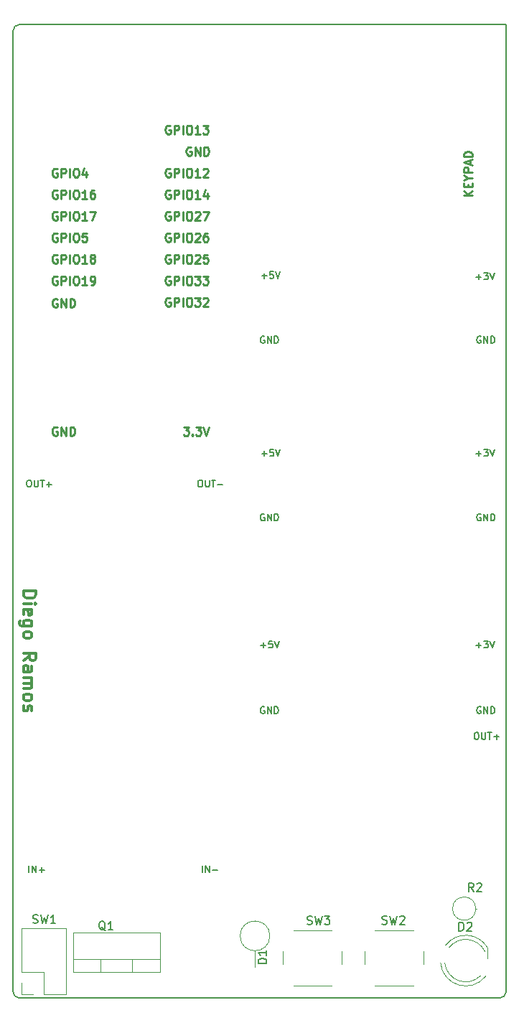
<source format=gbr>
%TF.GenerationSoftware,KiCad,Pcbnew,(5.0.2)-1*%
%TF.CreationDate,2019-03-22T12:12:08-04:00*%
%TF.ProjectId,Door_Lock,446f6f72-5f4c-46f6-936b-2e6b69636164,rev?*%
%TF.SameCoordinates,Original*%
%TF.FileFunction,Legend,Top*%
%TF.FilePolarity,Positive*%
%FSLAX46Y46*%
G04 Gerber Fmt 4.6, Leading zero omitted, Abs format (unit mm)*
G04 Created by KiCad (PCBNEW (5.0.2)-1) date 3/22/2019 12:12:08 PM*
%MOMM*%
%LPD*%
G01*
G04 APERTURE LIST*
%ADD10C,0.200000*%
%ADD11C,0.250000*%
%ADD12C,0.150000*%
%ADD13C,0.300000*%
%ADD14C,0.120000*%
G04 APERTURE END LIST*
D10*
X113258761Y-114750904D02*
X113411142Y-114750904D01*
X113487333Y-114789000D01*
X113563523Y-114865190D01*
X113601619Y-115017571D01*
X113601619Y-115284238D01*
X113563523Y-115436619D01*
X113487333Y-115512809D01*
X113411142Y-115550904D01*
X113258761Y-115550904D01*
X113182571Y-115512809D01*
X113106380Y-115436619D01*
X113068285Y-115284238D01*
X113068285Y-115017571D01*
X113106380Y-114865190D01*
X113182571Y-114789000D01*
X113258761Y-114750904D01*
X113944476Y-114750904D02*
X113944476Y-115398523D01*
X113982571Y-115474714D01*
X114020666Y-115512809D01*
X114096857Y-115550904D01*
X114249238Y-115550904D01*
X114325428Y-115512809D01*
X114363523Y-115474714D01*
X114401619Y-115398523D01*
X114401619Y-114750904D01*
X114668285Y-114750904D02*
X115125428Y-114750904D01*
X114896857Y-115550904D02*
X114896857Y-114750904D01*
X115392095Y-115246142D02*
X116001619Y-115246142D01*
X115696857Y-115550904D02*
X115696857Y-114941380D01*
D11*
X63881095Y-60968000D02*
X63785856Y-60920380D01*
X63642999Y-60920380D01*
X63500142Y-60968000D01*
X63404904Y-61063238D01*
X63357285Y-61158476D01*
X63309666Y-61348952D01*
X63309666Y-61491809D01*
X63357285Y-61682285D01*
X63404904Y-61777523D01*
X63500142Y-61872761D01*
X63642999Y-61920380D01*
X63738237Y-61920380D01*
X63881095Y-61872761D01*
X63928714Y-61825142D01*
X63928714Y-61491809D01*
X63738237Y-61491809D01*
X64357285Y-61920380D02*
X64357285Y-60920380D01*
X64738237Y-60920380D01*
X64833476Y-60968000D01*
X64881095Y-61015619D01*
X64928714Y-61110857D01*
X64928714Y-61253714D01*
X64881095Y-61348952D01*
X64833476Y-61396571D01*
X64738237Y-61444190D01*
X64357285Y-61444190D01*
X65357285Y-61920380D02*
X65357285Y-60920380D01*
X66023952Y-60920380D02*
X66214428Y-60920380D01*
X66309666Y-60968000D01*
X66404904Y-61063238D01*
X66452523Y-61253714D01*
X66452523Y-61587047D01*
X66404904Y-61777523D01*
X66309666Y-61872761D01*
X66214428Y-61920380D01*
X66023952Y-61920380D01*
X65928714Y-61872761D01*
X65833476Y-61777523D01*
X65785856Y-61587047D01*
X65785856Y-61253714D01*
X65833476Y-61063238D01*
X65928714Y-60968000D01*
X66023952Y-60920380D01*
X67404904Y-61920380D02*
X66833476Y-61920380D01*
X67119190Y-61920380D02*
X67119190Y-60920380D01*
X67023952Y-61063238D01*
X66928714Y-61158476D01*
X66833476Y-61206095D01*
X67881095Y-61920380D02*
X68071571Y-61920380D01*
X68166809Y-61872761D01*
X68214428Y-61825142D01*
X68309666Y-61682285D01*
X68357285Y-61491809D01*
X68357285Y-61110857D01*
X68309666Y-61015619D01*
X68262047Y-60968000D01*
X68166809Y-60920380D01*
X67976333Y-60920380D01*
X67881095Y-60968000D01*
X67833476Y-61015619D01*
X67785856Y-61110857D01*
X67785856Y-61348952D01*
X67833476Y-61444190D01*
X67881095Y-61491809D01*
X67976333Y-61539428D01*
X68166809Y-61539428D01*
X68262047Y-61491809D01*
X68309666Y-61444190D01*
X68357285Y-61348952D01*
X63881095Y-48268000D02*
X63785857Y-48220380D01*
X63643000Y-48220380D01*
X63500143Y-48268000D01*
X63404905Y-48363238D01*
X63357286Y-48458476D01*
X63309666Y-48648952D01*
X63309666Y-48791809D01*
X63357286Y-48982285D01*
X63404905Y-49077523D01*
X63500143Y-49172761D01*
X63643000Y-49220380D01*
X63738238Y-49220380D01*
X63881095Y-49172761D01*
X63928714Y-49125142D01*
X63928714Y-48791809D01*
X63738238Y-48791809D01*
X64357286Y-49220380D02*
X64357286Y-48220380D01*
X64738238Y-48220380D01*
X64833476Y-48268000D01*
X64881095Y-48315619D01*
X64928714Y-48410857D01*
X64928714Y-48553714D01*
X64881095Y-48648952D01*
X64833476Y-48696571D01*
X64738238Y-48744190D01*
X64357286Y-48744190D01*
X65357286Y-49220380D02*
X65357286Y-48220380D01*
X66023952Y-48220380D02*
X66214428Y-48220380D01*
X66309666Y-48268000D01*
X66404905Y-48363238D01*
X66452524Y-48553714D01*
X66452524Y-48887047D01*
X66404905Y-49077523D01*
X66309666Y-49172761D01*
X66214428Y-49220380D01*
X66023952Y-49220380D01*
X65928714Y-49172761D01*
X65833476Y-49077523D01*
X65785857Y-48887047D01*
X65785857Y-48553714D01*
X65833476Y-48363238D01*
X65928714Y-48268000D01*
X66023952Y-48220380D01*
X67309666Y-48553714D02*
X67309666Y-49220380D01*
X67071571Y-48172761D02*
X66833476Y-48887047D01*
X67452524Y-48887047D01*
X63881095Y-58428000D02*
X63785856Y-58380380D01*
X63642999Y-58380380D01*
X63500142Y-58428000D01*
X63404904Y-58523238D01*
X63357285Y-58618476D01*
X63309666Y-58808952D01*
X63309666Y-58951809D01*
X63357285Y-59142285D01*
X63404904Y-59237523D01*
X63500142Y-59332761D01*
X63642999Y-59380380D01*
X63738237Y-59380380D01*
X63881095Y-59332761D01*
X63928714Y-59285142D01*
X63928714Y-58951809D01*
X63738237Y-58951809D01*
X64357285Y-59380380D02*
X64357285Y-58380380D01*
X64738237Y-58380380D01*
X64833476Y-58428000D01*
X64881095Y-58475619D01*
X64928714Y-58570857D01*
X64928714Y-58713714D01*
X64881095Y-58808952D01*
X64833476Y-58856571D01*
X64738237Y-58904190D01*
X64357285Y-58904190D01*
X65357285Y-59380380D02*
X65357285Y-58380380D01*
X66023952Y-58380380D02*
X66214428Y-58380380D01*
X66309666Y-58428000D01*
X66404904Y-58523238D01*
X66452523Y-58713714D01*
X66452523Y-59047047D01*
X66404904Y-59237523D01*
X66309666Y-59332761D01*
X66214428Y-59380380D01*
X66023952Y-59380380D01*
X65928714Y-59332761D01*
X65833476Y-59237523D01*
X65785856Y-59047047D01*
X65785856Y-58713714D01*
X65833476Y-58523238D01*
X65928714Y-58428000D01*
X66023952Y-58380380D01*
X67404904Y-59380380D02*
X66833476Y-59380380D01*
X67119190Y-59380380D02*
X67119190Y-58380380D01*
X67023952Y-58523238D01*
X66928714Y-58618476D01*
X66833476Y-58666095D01*
X67976333Y-58808952D02*
X67881095Y-58761333D01*
X67833476Y-58713714D01*
X67785856Y-58618476D01*
X67785856Y-58570857D01*
X67833476Y-58475619D01*
X67881095Y-58428000D01*
X67976333Y-58380380D01*
X68166809Y-58380380D01*
X68262047Y-58428000D01*
X68309666Y-58475619D01*
X68357285Y-58570857D01*
X68357285Y-58618476D01*
X68309666Y-58713714D01*
X68262047Y-58761333D01*
X68166809Y-58808952D01*
X67976333Y-58808952D01*
X67881095Y-58856571D01*
X67833476Y-58904190D01*
X67785856Y-58999428D01*
X67785856Y-59189904D01*
X67833476Y-59285142D01*
X67881095Y-59332761D01*
X67976333Y-59380380D01*
X68166809Y-59380380D01*
X68262047Y-59332761D01*
X68309666Y-59285142D01*
X68357285Y-59189904D01*
X68357285Y-58999428D01*
X68309666Y-58904190D01*
X68262047Y-58856571D01*
X68166809Y-58808952D01*
X63881095Y-55888000D02*
X63785857Y-55840380D01*
X63643000Y-55840380D01*
X63500143Y-55888000D01*
X63404905Y-55983238D01*
X63357286Y-56078476D01*
X63309666Y-56268952D01*
X63309666Y-56411809D01*
X63357286Y-56602285D01*
X63404905Y-56697523D01*
X63500143Y-56792761D01*
X63643000Y-56840380D01*
X63738238Y-56840380D01*
X63881095Y-56792761D01*
X63928714Y-56745142D01*
X63928714Y-56411809D01*
X63738238Y-56411809D01*
X64357286Y-56840380D02*
X64357286Y-55840380D01*
X64738238Y-55840380D01*
X64833476Y-55888000D01*
X64881095Y-55935619D01*
X64928714Y-56030857D01*
X64928714Y-56173714D01*
X64881095Y-56268952D01*
X64833476Y-56316571D01*
X64738238Y-56364190D01*
X64357286Y-56364190D01*
X65357286Y-56840380D02*
X65357286Y-55840380D01*
X66023952Y-55840380D02*
X66214428Y-55840380D01*
X66309666Y-55888000D01*
X66404905Y-55983238D01*
X66452524Y-56173714D01*
X66452524Y-56507047D01*
X66404905Y-56697523D01*
X66309666Y-56792761D01*
X66214428Y-56840380D01*
X66023952Y-56840380D01*
X65928714Y-56792761D01*
X65833476Y-56697523D01*
X65785857Y-56507047D01*
X65785857Y-56173714D01*
X65833476Y-55983238D01*
X65928714Y-55888000D01*
X66023952Y-55840380D01*
X67357286Y-55840380D02*
X66881095Y-55840380D01*
X66833476Y-56316571D01*
X66881095Y-56268952D01*
X66976333Y-56221333D01*
X67214428Y-56221333D01*
X67309666Y-56268952D01*
X67357286Y-56316571D01*
X67404905Y-56411809D01*
X67404905Y-56649904D01*
X67357286Y-56745142D01*
X67309666Y-56792761D01*
X67214428Y-56840380D01*
X66976333Y-56840380D01*
X66881095Y-56792761D01*
X66833476Y-56745142D01*
X63881095Y-50808000D02*
X63785856Y-50760380D01*
X63642999Y-50760380D01*
X63500142Y-50808000D01*
X63404904Y-50903238D01*
X63357285Y-50998476D01*
X63309666Y-51188952D01*
X63309666Y-51331809D01*
X63357285Y-51522285D01*
X63404904Y-51617523D01*
X63500142Y-51712761D01*
X63642999Y-51760380D01*
X63738237Y-51760380D01*
X63881095Y-51712761D01*
X63928714Y-51665142D01*
X63928714Y-51331809D01*
X63738237Y-51331809D01*
X64357285Y-51760380D02*
X64357285Y-50760380D01*
X64738237Y-50760380D01*
X64833476Y-50808000D01*
X64881095Y-50855619D01*
X64928714Y-50950857D01*
X64928714Y-51093714D01*
X64881095Y-51188952D01*
X64833476Y-51236571D01*
X64738237Y-51284190D01*
X64357285Y-51284190D01*
X65357285Y-51760380D02*
X65357285Y-50760380D01*
X66023952Y-50760380D02*
X66214428Y-50760380D01*
X66309666Y-50808000D01*
X66404904Y-50903238D01*
X66452523Y-51093714D01*
X66452523Y-51427047D01*
X66404904Y-51617523D01*
X66309666Y-51712761D01*
X66214428Y-51760380D01*
X66023952Y-51760380D01*
X65928714Y-51712761D01*
X65833476Y-51617523D01*
X65785856Y-51427047D01*
X65785856Y-51093714D01*
X65833476Y-50903238D01*
X65928714Y-50808000D01*
X66023952Y-50760380D01*
X67404904Y-51760380D02*
X66833476Y-51760380D01*
X67119190Y-51760380D02*
X67119190Y-50760380D01*
X67023952Y-50903238D01*
X66928714Y-50998476D01*
X66833476Y-51046095D01*
X68262047Y-50760380D02*
X68071571Y-50760380D01*
X67976333Y-50808000D01*
X67928714Y-50855619D01*
X67833476Y-50998476D01*
X67785856Y-51188952D01*
X67785856Y-51569904D01*
X67833476Y-51665142D01*
X67881095Y-51712761D01*
X67976333Y-51760380D01*
X68166809Y-51760380D01*
X68262047Y-51712761D01*
X68309666Y-51665142D01*
X68357285Y-51569904D01*
X68357285Y-51331809D01*
X68309666Y-51236571D01*
X68262047Y-51188952D01*
X68166809Y-51141333D01*
X67976333Y-51141333D01*
X67881095Y-51188952D01*
X67833476Y-51236571D01*
X67785856Y-51331809D01*
X63881095Y-53348000D02*
X63785856Y-53300380D01*
X63642999Y-53300380D01*
X63500142Y-53348000D01*
X63404904Y-53443238D01*
X63357285Y-53538476D01*
X63309666Y-53728952D01*
X63309666Y-53871809D01*
X63357285Y-54062285D01*
X63404904Y-54157523D01*
X63500142Y-54252761D01*
X63642999Y-54300380D01*
X63738237Y-54300380D01*
X63881095Y-54252761D01*
X63928714Y-54205142D01*
X63928714Y-53871809D01*
X63738237Y-53871809D01*
X64357285Y-54300380D02*
X64357285Y-53300380D01*
X64738237Y-53300380D01*
X64833476Y-53348000D01*
X64881095Y-53395619D01*
X64928714Y-53490857D01*
X64928714Y-53633714D01*
X64881095Y-53728952D01*
X64833476Y-53776571D01*
X64738237Y-53824190D01*
X64357285Y-53824190D01*
X65357285Y-54300380D02*
X65357285Y-53300380D01*
X66023952Y-53300380D02*
X66214428Y-53300380D01*
X66309666Y-53348000D01*
X66404904Y-53443238D01*
X66452523Y-53633714D01*
X66452523Y-53967047D01*
X66404904Y-54157523D01*
X66309666Y-54252761D01*
X66214428Y-54300380D01*
X66023952Y-54300380D01*
X65928714Y-54252761D01*
X65833476Y-54157523D01*
X65785856Y-53967047D01*
X65785856Y-53633714D01*
X65833476Y-53443238D01*
X65928714Y-53348000D01*
X66023952Y-53300380D01*
X67404904Y-54300380D02*
X66833476Y-54300380D01*
X67119190Y-54300380D02*
X67119190Y-53300380D01*
X67023952Y-53443238D01*
X66928714Y-53538476D01*
X66833476Y-53586095D01*
X67738237Y-53300380D02*
X68404904Y-53300380D01*
X67976333Y-54300380D01*
X77216143Y-63508000D02*
X77120904Y-63460380D01*
X76978047Y-63460380D01*
X76835190Y-63508000D01*
X76739952Y-63603238D01*
X76692333Y-63698476D01*
X76644714Y-63888952D01*
X76644714Y-64031809D01*
X76692333Y-64222285D01*
X76739952Y-64317523D01*
X76835190Y-64412761D01*
X76978047Y-64460380D01*
X77073285Y-64460380D01*
X77216143Y-64412761D01*
X77263762Y-64365142D01*
X77263762Y-64031809D01*
X77073285Y-64031809D01*
X77692333Y-64460380D02*
X77692333Y-63460380D01*
X78073285Y-63460380D01*
X78168524Y-63508000D01*
X78216143Y-63555619D01*
X78263762Y-63650857D01*
X78263762Y-63793714D01*
X78216143Y-63888952D01*
X78168524Y-63936571D01*
X78073285Y-63984190D01*
X77692333Y-63984190D01*
X78692333Y-64460380D02*
X78692333Y-63460380D01*
X79359000Y-63460380D02*
X79549476Y-63460380D01*
X79644714Y-63508000D01*
X79739952Y-63603238D01*
X79787571Y-63793714D01*
X79787571Y-64127047D01*
X79739952Y-64317523D01*
X79644714Y-64412761D01*
X79549476Y-64460380D01*
X79359000Y-64460380D01*
X79263762Y-64412761D01*
X79168524Y-64317523D01*
X79120904Y-64127047D01*
X79120904Y-63793714D01*
X79168524Y-63603238D01*
X79263762Y-63508000D01*
X79359000Y-63460380D01*
X80120904Y-63460380D02*
X80739952Y-63460380D01*
X80406619Y-63841333D01*
X80549476Y-63841333D01*
X80644714Y-63888952D01*
X80692333Y-63936571D01*
X80739952Y-64031809D01*
X80739952Y-64269904D01*
X80692333Y-64365142D01*
X80644714Y-64412761D01*
X80549476Y-64460380D01*
X80263762Y-64460380D01*
X80168524Y-64412761D01*
X80120904Y-64365142D01*
X81120904Y-63555619D02*
X81168524Y-63508000D01*
X81263762Y-63460380D01*
X81501857Y-63460380D01*
X81597095Y-63508000D01*
X81644714Y-63555619D01*
X81692333Y-63650857D01*
X81692333Y-63746095D01*
X81644714Y-63888952D01*
X81073285Y-64460380D01*
X81692333Y-64460380D01*
X77216143Y-60968000D02*
X77120904Y-60920380D01*
X76978047Y-60920380D01*
X76835190Y-60968000D01*
X76739952Y-61063238D01*
X76692333Y-61158476D01*
X76644714Y-61348952D01*
X76644714Y-61491809D01*
X76692333Y-61682285D01*
X76739952Y-61777523D01*
X76835190Y-61872761D01*
X76978047Y-61920380D01*
X77073285Y-61920380D01*
X77216143Y-61872761D01*
X77263762Y-61825142D01*
X77263762Y-61491809D01*
X77073285Y-61491809D01*
X77692333Y-61920380D02*
X77692333Y-60920380D01*
X78073285Y-60920380D01*
X78168524Y-60968000D01*
X78216143Y-61015619D01*
X78263762Y-61110857D01*
X78263762Y-61253714D01*
X78216143Y-61348952D01*
X78168524Y-61396571D01*
X78073285Y-61444190D01*
X77692333Y-61444190D01*
X78692333Y-61920380D02*
X78692333Y-60920380D01*
X79359000Y-60920380D02*
X79549476Y-60920380D01*
X79644714Y-60968000D01*
X79739952Y-61063238D01*
X79787571Y-61253714D01*
X79787571Y-61587047D01*
X79739952Y-61777523D01*
X79644714Y-61872761D01*
X79549476Y-61920380D01*
X79359000Y-61920380D01*
X79263762Y-61872761D01*
X79168524Y-61777523D01*
X79120904Y-61587047D01*
X79120904Y-61253714D01*
X79168524Y-61063238D01*
X79263762Y-60968000D01*
X79359000Y-60920380D01*
X80120904Y-60920380D02*
X80739952Y-60920380D01*
X80406619Y-61301333D01*
X80549476Y-61301333D01*
X80644714Y-61348952D01*
X80692333Y-61396571D01*
X80739952Y-61491809D01*
X80739952Y-61729904D01*
X80692333Y-61825142D01*
X80644714Y-61872761D01*
X80549476Y-61920380D01*
X80263762Y-61920380D01*
X80168524Y-61872761D01*
X80120904Y-61825142D01*
X81073285Y-60920380D02*
X81692333Y-60920380D01*
X81359000Y-61301333D01*
X81501857Y-61301333D01*
X81597095Y-61348952D01*
X81644714Y-61396571D01*
X81692333Y-61491809D01*
X81692333Y-61729904D01*
X81644714Y-61825142D01*
X81597095Y-61872761D01*
X81501857Y-61920380D01*
X81216143Y-61920380D01*
X81120904Y-61872761D01*
X81073285Y-61825142D01*
X77216143Y-58428000D02*
X77120904Y-58380380D01*
X76978047Y-58380380D01*
X76835190Y-58428000D01*
X76739952Y-58523238D01*
X76692333Y-58618476D01*
X76644714Y-58808952D01*
X76644714Y-58951809D01*
X76692333Y-59142285D01*
X76739952Y-59237523D01*
X76835190Y-59332761D01*
X76978047Y-59380380D01*
X77073285Y-59380380D01*
X77216143Y-59332761D01*
X77263762Y-59285142D01*
X77263762Y-58951809D01*
X77073285Y-58951809D01*
X77692333Y-59380380D02*
X77692333Y-58380380D01*
X78073285Y-58380380D01*
X78168524Y-58428000D01*
X78216143Y-58475619D01*
X78263762Y-58570857D01*
X78263762Y-58713714D01*
X78216143Y-58808952D01*
X78168524Y-58856571D01*
X78073285Y-58904190D01*
X77692333Y-58904190D01*
X78692333Y-59380380D02*
X78692333Y-58380380D01*
X79359000Y-58380380D02*
X79549476Y-58380380D01*
X79644714Y-58428000D01*
X79739952Y-58523238D01*
X79787571Y-58713714D01*
X79787571Y-59047047D01*
X79739952Y-59237523D01*
X79644714Y-59332761D01*
X79549476Y-59380380D01*
X79359000Y-59380380D01*
X79263762Y-59332761D01*
X79168524Y-59237523D01*
X79120904Y-59047047D01*
X79120904Y-58713714D01*
X79168524Y-58523238D01*
X79263762Y-58428000D01*
X79359000Y-58380380D01*
X80168524Y-58475619D02*
X80216143Y-58428000D01*
X80311381Y-58380380D01*
X80549476Y-58380380D01*
X80644714Y-58428000D01*
X80692333Y-58475619D01*
X80739952Y-58570857D01*
X80739952Y-58666095D01*
X80692333Y-58808952D01*
X80120904Y-59380380D01*
X80739952Y-59380380D01*
X81644714Y-58380380D02*
X81168524Y-58380380D01*
X81120904Y-58856571D01*
X81168524Y-58808952D01*
X81263762Y-58761333D01*
X81501857Y-58761333D01*
X81597095Y-58808952D01*
X81644714Y-58856571D01*
X81692333Y-58951809D01*
X81692333Y-59189904D01*
X81644714Y-59285142D01*
X81597095Y-59332761D01*
X81501857Y-59380380D01*
X81263762Y-59380380D01*
X81168524Y-59332761D01*
X81120904Y-59285142D01*
X77216143Y-55888000D02*
X77120904Y-55840380D01*
X76978047Y-55840380D01*
X76835190Y-55888000D01*
X76739952Y-55983238D01*
X76692333Y-56078476D01*
X76644714Y-56268952D01*
X76644714Y-56411809D01*
X76692333Y-56602285D01*
X76739952Y-56697523D01*
X76835190Y-56792761D01*
X76978047Y-56840380D01*
X77073285Y-56840380D01*
X77216143Y-56792761D01*
X77263762Y-56745142D01*
X77263762Y-56411809D01*
X77073285Y-56411809D01*
X77692333Y-56840380D02*
X77692333Y-55840380D01*
X78073285Y-55840380D01*
X78168524Y-55888000D01*
X78216143Y-55935619D01*
X78263762Y-56030857D01*
X78263762Y-56173714D01*
X78216143Y-56268952D01*
X78168524Y-56316571D01*
X78073285Y-56364190D01*
X77692333Y-56364190D01*
X78692333Y-56840380D02*
X78692333Y-55840380D01*
X79359000Y-55840380D02*
X79549476Y-55840380D01*
X79644714Y-55888000D01*
X79739952Y-55983238D01*
X79787571Y-56173714D01*
X79787571Y-56507047D01*
X79739952Y-56697523D01*
X79644714Y-56792761D01*
X79549476Y-56840380D01*
X79359000Y-56840380D01*
X79263762Y-56792761D01*
X79168524Y-56697523D01*
X79120904Y-56507047D01*
X79120904Y-56173714D01*
X79168524Y-55983238D01*
X79263762Y-55888000D01*
X79359000Y-55840380D01*
X80168524Y-55935619D02*
X80216143Y-55888000D01*
X80311381Y-55840380D01*
X80549476Y-55840380D01*
X80644714Y-55888000D01*
X80692333Y-55935619D01*
X80739952Y-56030857D01*
X80739952Y-56126095D01*
X80692333Y-56268952D01*
X80120904Y-56840380D01*
X80739952Y-56840380D01*
X81597095Y-55840380D02*
X81406619Y-55840380D01*
X81311381Y-55888000D01*
X81263762Y-55935619D01*
X81168524Y-56078476D01*
X81120904Y-56268952D01*
X81120904Y-56649904D01*
X81168524Y-56745142D01*
X81216143Y-56792761D01*
X81311381Y-56840380D01*
X81501857Y-56840380D01*
X81597095Y-56792761D01*
X81644714Y-56745142D01*
X81692333Y-56649904D01*
X81692333Y-56411809D01*
X81644714Y-56316571D01*
X81597095Y-56268952D01*
X81501857Y-56221333D01*
X81311381Y-56221333D01*
X81216143Y-56268952D01*
X81168524Y-56316571D01*
X81120904Y-56411809D01*
X77216143Y-53348000D02*
X77120904Y-53300380D01*
X76978047Y-53300380D01*
X76835190Y-53348000D01*
X76739952Y-53443238D01*
X76692333Y-53538476D01*
X76644714Y-53728952D01*
X76644714Y-53871809D01*
X76692333Y-54062285D01*
X76739952Y-54157523D01*
X76835190Y-54252761D01*
X76978047Y-54300380D01*
X77073285Y-54300380D01*
X77216143Y-54252761D01*
X77263762Y-54205142D01*
X77263762Y-53871809D01*
X77073285Y-53871809D01*
X77692333Y-54300380D02*
X77692333Y-53300380D01*
X78073285Y-53300380D01*
X78168524Y-53348000D01*
X78216143Y-53395619D01*
X78263762Y-53490857D01*
X78263762Y-53633714D01*
X78216143Y-53728952D01*
X78168524Y-53776571D01*
X78073285Y-53824190D01*
X77692333Y-53824190D01*
X78692333Y-54300380D02*
X78692333Y-53300380D01*
X79359000Y-53300380D02*
X79549476Y-53300380D01*
X79644714Y-53348000D01*
X79739952Y-53443238D01*
X79787571Y-53633714D01*
X79787571Y-53967047D01*
X79739952Y-54157523D01*
X79644714Y-54252761D01*
X79549476Y-54300380D01*
X79359000Y-54300380D01*
X79263762Y-54252761D01*
X79168524Y-54157523D01*
X79120904Y-53967047D01*
X79120904Y-53633714D01*
X79168524Y-53443238D01*
X79263762Y-53348000D01*
X79359000Y-53300380D01*
X80168524Y-53395619D02*
X80216143Y-53348000D01*
X80311381Y-53300380D01*
X80549476Y-53300380D01*
X80644714Y-53348000D01*
X80692333Y-53395619D01*
X80739952Y-53490857D01*
X80739952Y-53586095D01*
X80692333Y-53728952D01*
X80120904Y-54300380D01*
X80739952Y-54300380D01*
X81073285Y-53300380D02*
X81739952Y-53300380D01*
X81311381Y-54300380D01*
X77216143Y-50808000D02*
X77120904Y-50760380D01*
X76978047Y-50760380D01*
X76835190Y-50808000D01*
X76739952Y-50903238D01*
X76692333Y-50998476D01*
X76644714Y-51188952D01*
X76644714Y-51331809D01*
X76692333Y-51522285D01*
X76739952Y-51617523D01*
X76835190Y-51712761D01*
X76978047Y-51760380D01*
X77073285Y-51760380D01*
X77216143Y-51712761D01*
X77263762Y-51665142D01*
X77263762Y-51331809D01*
X77073285Y-51331809D01*
X77692333Y-51760380D02*
X77692333Y-50760380D01*
X78073285Y-50760380D01*
X78168524Y-50808000D01*
X78216143Y-50855619D01*
X78263762Y-50950857D01*
X78263762Y-51093714D01*
X78216143Y-51188952D01*
X78168524Y-51236571D01*
X78073285Y-51284190D01*
X77692333Y-51284190D01*
X78692333Y-51760380D02*
X78692333Y-50760380D01*
X79359000Y-50760380D02*
X79549476Y-50760380D01*
X79644714Y-50808000D01*
X79739952Y-50903238D01*
X79787571Y-51093714D01*
X79787571Y-51427047D01*
X79739952Y-51617523D01*
X79644714Y-51712761D01*
X79549476Y-51760380D01*
X79359000Y-51760380D01*
X79263762Y-51712761D01*
X79168524Y-51617523D01*
X79120904Y-51427047D01*
X79120904Y-51093714D01*
X79168524Y-50903238D01*
X79263762Y-50808000D01*
X79359000Y-50760380D01*
X80739952Y-51760380D02*
X80168524Y-51760380D01*
X80454238Y-51760380D02*
X80454238Y-50760380D01*
X80359000Y-50903238D01*
X80263762Y-50998476D01*
X80168524Y-51046095D01*
X81597095Y-51093714D02*
X81597095Y-51760380D01*
X81359000Y-50712761D02*
X81120904Y-51427047D01*
X81739952Y-51427047D01*
X77216143Y-48268000D02*
X77120904Y-48220380D01*
X76978047Y-48220380D01*
X76835190Y-48268000D01*
X76739952Y-48363238D01*
X76692333Y-48458476D01*
X76644714Y-48648952D01*
X76644714Y-48791809D01*
X76692333Y-48982285D01*
X76739952Y-49077523D01*
X76835190Y-49172761D01*
X76978047Y-49220380D01*
X77073285Y-49220380D01*
X77216143Y-49172761D01*
X77263762Y-49125142D01*
X77263762Y-48791809D01*
X77073285Y-48791809D01*
X77692333Y-49220380D02*
X77692333Y-48220380D01*
X78073285Y-48220380D01*
X78168524Y-48268000D01*
X78216143Y-48315619D01*
X78263762Y-48410857D01*
X78263762Y-48553714D01*
X78216143Y-48648952D01*
X78168524Y-48696571D01*
X78073285Y-48744190D01*
X77692333Y-48744190D01*
X78692333Y-49220380D02*
X78692333Y-48220380D01*
X79359000Y-48220380D02*
X79549476Y-48220380D01*
X79644714Y-48268000D01*
X79739952Y-48363238D01*
X79787571Y-48553714D01*
X79787571Y-48887047D01*
X79739952Y-49077523D01*
X79644714Y-49172761D01*
X79549476Y-49220380D01*
X79359000Y-49220380D01*
X79263762Y-49172761D01*
X79168524Y-49077523D01*
X79120904Y-48887047D01*
X79120904Y-48553714D01*
X79168524Y-48363238D01*
X79263762Y-48268000D01*
X79359000Y-48220380D01*
X80739952Y-49220380D02*
X80168524Y-49220380D01*
X80454238Y-49220380D02*
X80454238Y-48220380D01*
X80359000Y-48363238D01*
X80263762Y-48458476D01*
X80168524Y-48506095D01*
X81120904Y-48315619D02*
X81168524Y-48268000D01*
X81263762Y-48220380D01*
X81501857Y-48220380D01*
X81597095Y-48268000D01*
X81644714Y-48315619D01*
X81692333Y-48410857D01*
X81692333Y-48506095D01*
X81644714Y-48648952D01*
X81073285Y-49220380D01*
X81692333Y-49220380D01*
X77216143Y-43188000D02*
X77120904Y-43140380D01*
X76978047Y-43140380D01*
X76835190Y-43188000D01*
X76739952Y-43283238D01*
X76692333Y-43378476D01*
X76644714Y-43568952D01*
X76644714Y-43711809D01*
X76692333Y-43902285D01*
X76739952Y-43997523D01*
X76835190Y-44092761D01*
X76978047Y-44140380D01*
X77073285Y-44140380D01*
X77216143Y-44092761D01*
X77263762Y-44045142D01*
X77263762Y-43711809D01*
X77073285Y-43711809D01*
X77692333Y-44140380D02*
X77692333Y-43140380D01*
X78073285Y-43140380D01*
X78168524Y-43188000D01*
X78216143Y-43235619D01*
X78263762Y-43330857D01*
X78263762Y-43473714D01*
X78216143Y-43568952D01*
X78168524Y-43616571D01*
X78073285Y-43664190D01*
X77692333Y-43664190D01*
X78692333Y-44140380D02*
X78692333Y-43140380D01*
X79359000Y-43140380D02*
X79549476Y-43140380D01*
X79644714Y-43188000D01*
X79739952Y-43283238D01*
X79787571Y-43473714D01*
X79787571Y-43807047D01*
X79739952Y-43997523D01*
X79644714Y-44092761D01*
X79549476Y-44140380D01*
X79359000Y-44140380D01*
X79263762Y-44092761D01*
X79168524Y-43997523D01*
X79120904Y-43807047D01*
X79120904Y-43473714D01*
X79168524Y-43283238D01*
X79263762Y-43188000D01*
X79359000Y-43140380D01*
X80739952Y-44140380D02*
X80168524Y-44140380D01*
X80454238Y-44140380D02*
X80454238Y-43140380D01*
X80359000Y-43283238D01*
X80263762Y-43378476D01*
X80168524Y-43426095D01*
X81073285Y-43140380D02*
X81692333Y-43140380D01*
X81359000Y-43521333D01*
X81501857Y-43521333D01*
X81597095Y-43568952D01*
X81644714Y-43616571D01*
X81692333Y-43711809D01*
X81692333Y-43949904D01*
X81644714Y-44045142D01*
X81597095Y-44092761D01*
X81501857Y-44140380D01*
X81216143Y-44140380D01*
X81120904Y-44092761D01*
X81073285Y-44045142D01*
X79676619Y-45728000D02*
X79581381Y-45680380D01*
X79438524Y-45680380D01*
X79295666Y-45728000D01*
X79200428Y-45823238D01*
X79152809Y-45918476D01*
X79105190Y-46108952D01*
X79105190Y-46251809D01*
X79152809Y-46442285D01*
X79200428Y-46537523D01*
X79295666Y-46632761D01*
X79438524Y-46680380D01*
X79533762Y-46680380D01*
X79676619Y-46632761D01*
X79724238Y-46585142D01*
X79724238Y-46251809D01*
X79533762Y-46251809D01*
X80152809Y-46680380D02*
X80152809Y-45680380D01*
X80724238Y-46680380D01*
X80724238Y-45680380D01*
X81200428Y-46680380D02*
X81200428Y-45680380D01*
X81438524Y-45680380D01*
X81581381Y-45728000D01*
X81676619Y-45823238D01*
X81724238Y-45918476D01*
X81771857Y-46108952D01*
X81771857Y-46251809D01*
X81724238Y-46442285D01*
X81676619Y-46537523D01*
X81581381Y-46632761D01*
X81438524Y-46680380D01*
X81200428Y-46680380D01*
X78787571Y-78700380D02*
X79406619Y-78700380D01*
X79073285Y-79081333D01*
X79216142Y-79081333D01*
X79311381Y-79128952D01*
X79359000Y-79176571D01*
X79406619Y-79271809D01*
X79406619Y-79509904D01*
X79359000Y-79605142D01*
X79311381Y-79652761D01*
X79216142Y-79700380D01*
X78930428Y-79700380D01*
X78835190Y-79652761D01*
X78787571Y-79605142D01*
X79835190Y-79605142D02*
X79882809Y-79652761D01*
X79835190Y-79700380D01*
X79787571Y-79652761D01*
X79835190Y-79605142D01*
X79835190Y-79700380D01*
X80216142Y-78700380D02*
X80835190Y-78700380D01*
X80501857Y-79081333D01*
X80644714Y-79081333D01*
X80739952Y-79128952D01*
X80787571Y-79176571D01*
X80835190Y-79271809D01*
X80835190Y-79509904D01*
X80787571Y-79605142D01*
X80739952Y-79652761D01*
X80644714Y-79700380D01*
X80359000Y-79700380D01*
X80263762Y-79652761D01*
X80216142Y-79605142D01*
X81120904Y-78700380D02*
X81454238Y-79700380D01*
X81787571Y-78700380D01*
X63881095Y-78748000D02*
X63785857Y-78700380D01*
X63643000Y-78700380D01*
X63500142Y-78748000D01*
X63404904Y-78843238D01*
X63357285Y-78938476D01*
X63309666Y-79128952D01*
X63309666Y-79271809D01*
X63357285Y-79462285D01*
X63404904Y-79557523D01*
X63500142Y-79652761D01*
X63643000Y-79700380D01*
X63738238Y-79700380D01*
X63881095Y-79652761D01*
X63928714Y-79605142D01*
X63928714Y-79271809D01*
X63738238Y-79271809D01*
X64357285Y-79700380D02*
X64357285Y-78700380D01*
X64928714Y-79700380D01*
X64928714Y-78700380D01*
X65404904Y-79700380D02*
X65404904Y-78700380D01*
X65643000Y-78700380D01*
X65785857Y-78748000D01*
X65881095Y-78843238D01*
X65928714Y-78938476D01*
X65976333Y-79128952D01*
X65976333Y-79271809D01*
X65928714Y-79462285D01*
X65881095Y-79557523D01*
X65785857Y-79652761D01*
X65643000Y-79700380D01*
X65404904Y-79700380D01*
X63881095Y-63635000D02*
X63785857Y-63587380D01*
X63643000Y-63587380D01*
X63500142Y-63635000D01*
X63404904Y-63730238D01*
X63357285Y-63825476D01*
X63309666Y-64015952D01*
X63309666Y-64158809D01*
X63357285Y-64349285D01*
X63404904Y-64444523D01*
X63500142Y-64539761D01*
X63643000Y-64587380D01*
X63738238Y-64587380D01*
X63881095Y-64539761D01*
X63928714Y-64492142D01*
X63928714Y-64158809D01*
X63738238Y-64158809D01*
X64357285Y-64587380D02*
X64357285Y-63587380D01*
X64928714Y-64587380D01*
X64928714Y-63587380D01*
X65404904Y-64587380D02*
X65404904Y-63587380D01*
X65643000Y-63587380D01*
X65785857Y-63635000D01*
X65881095Y-63730238D01*
X65928714Y-63825476D01*
X65976333Y-64015952D01*
X65976333Y-64158809D01*
X65928714Y-64349285D01*
X65881095Y-64444523D01*
X65785857Y-64539761D01*
X65643000Y-64587380D01*
X65404904Y-64587380D01*
D12*
X59436000Y-146050000D02*
G75*
G02X58674000Y-145288000I0J762000D01*
G01*
X116840000Y-145288000D02*
G75*
G02X116078000Y-146050000I-762000J0D01*
G01*
X58674000Y-32004000D02*
G75*
G02X59436000Y-31242000I762000J0D01*
G01*
X58674000Y-145288000D02*
X58674000Y-32004000D01*
X116078000Y-146050000D02*
X59436000Y-146050000D01*
X116840000Y-31242000D02*
X116840000Y-145288000D01*
X59436000Y-31242000D02*
X116840000Y-31242000D01*
D11*
X112847380Y-51402928D02*
X111847380Y-51402928D01*
X112847380Y-50831500D02*
X112275952Y-51260071D01*
X111847380Y-50831500D02*
X112418809Y-51402928D01*
X112323571Y-50402928D02*
X112323571Y-50069595D01*
X112847380Y-49926738D02*
X112847380Y-50402928D01*
X111847380Y-50402928D01*
X111847380Y-49926738D01*
X112371190Y-49307690D02*
X112847380Y-49307690D01*
X111847380Y-49641023D02*
X112371190Y-49307690D01*
X111847380Y-48974357D01*
X112847380Y-48641023D02*
X111847380Y-48641023D01*
X111847380Y-48260071D01*
X111895000Y-48164833D01*
X111942619Y-48117214D01*
X112037857Y-48069595D01*
X112180714Y-48069595D01*
X112275952Y-48117214D01*
X112323571Y-48164833D01*
X112371190Y-48260071D01*
X112371190Y-48641023D01*
X112561666Y-47688642D02*
X112561666Y-47212452D01*
X112847380Y-47783880D02*
X111847380Y-47450547D01*
X112847380Y-47117214D01*
X112847380Y-46783880D02*
X111847380Y-46783880D01*
X111847380Y-46545785D01*
X111895000Y-46402928D01*
X111990238Y-46307690D01*
X112085476Y-46260071D01*
X112275952Y-46212452D01*
X112418809Y-46212452D01*
X112609285Y-46260071D01*
X112704523Y-46307690D01*
X112799761Y-46402928D01*
X112847380Y-46545785D01*
X112847380Y-46783880D01*
D10*
X113830176Y-111741000D02*
X113753985Y-111702904D01*
X113639700Y-111702904D01*
X113525414Y-111741000D01*
X113449223Y-111817190D01*
X113411128Y-111893380D01*
X113373033Y-112045761D01*
X113373033Y-112160047D01*
X113411128Y-112312428D01*
X113449223Y-112388619D01*
X113525414Y-112464809D01*
X113639700Y-112502904D01*
X113715890Y-112502904D01*
X113830176Y-112464809D01*
X113868271Y-112426714D01*
X113868271Y-112160047D01*
X113715890Y-112160047D01*
X114211128Y-112502904D02*
X114211128Y-111702904D01*
X114668271Y-112502904D01*
X114668271Y-111702904D01*
X115049223Y-112502904D02*
X115049223Y-111702904D01*
X115239700Y-111702904D01*
X115353985Y-111741000D01*
X115430176Y-111817190D01*
X115468271Y-111893380D01*
X115506366Y-112045761D01*
X115506366Y-112160047D01*
X115468271Y-112312428D01*
X115430176Y-112388619D01*
X115353985Y-112464809D01*
X115239700Y-112502904D01*
X115049223Y-112502904D01*
X113284128Y-104451142D02*
X113893652Y-104451142D01*
X113588890Y-104755904D02*
X113588890Y-104146380D01*
X114198414Y-103955904D02*
X114693652Y-103955904D01*
X114426985Y-104260666D01*
X114541271Y-104260666D01*
X114617461Y-104298761D01*
X114655557Y-104336857D01*
X114693652Y-104413047D01*
X114693652Y-104603523D01*
X114655557Y-104679714D01*
X114617461Y-104717809D01*
X114541271Y-104755904D01*
X114312700Y-104755904D01*
X114236509Y-104717809D01*
X114198414Y-104679714D01*
X114922223Y-103955904D02*
X115188890Y-104755904D01*
X115455557Y-103955904D01*
X113830176Y-89008000D02*
X113753985Y-88969904D01*
X113639700Y-88969904D01*
X113525414Y-89008000D01*
X113449223Y-89084190D01*
X113411128Y-89160380D01*
X113373033Y-89312761D01*
X113373033Y-89427047D01*
X113411128Y-89579428D01*
X113449223Y-89655619D01*
X113525414Y-89731809D01*
X113639700Y-89769904D01*
X113715890Y-89769904D01*
X113830176Y-89731809D01*
X113868271Y-89693714D01*
X113868271Y-89427047D01*
X113715890Y-89427047D01*
X114211128Y-89769904D02*
X114211128Y-88969904D01*
X114668271Y-89769904D01*
X114668271Y-88969904D01*
X115049223Y-89769904D02*
X115049223Y-88969904D01*
X115239700Y-88969904D01*
X115353985Y-89008000D01*
X115430176Y-89084190D01*
X115468271Y-89160380D01*
X115506366Y-89312761D01*
X115506366Y-89427047D01*
X115468271Y-89579428D01*
X115430176Y-89655619D01*
X115353985Y-89731809D01*
X115239700Y-89769904D01*
X115049223Y-89769904D01*
X113284128Y-81845142D02*
X113893652Y-81845142D01*
X113588890Y-82149904D02*
X113588890Y-81540380D01*
X114198414Y-81349904D02*
X114693652Y-81349904D01*
X114426985Y-81654666D01*
X114541271Y-81654666D01*
X114617461Y-81692761D01*
X114655557Y-81730857D01*
X114693652Y-81807047D01*
X114693652Y-81997523D01*
X114655557Y-82073714D01*
X114617461Y-82111809D01*
X114541271Y-82149904D01*
X114312700Y-82149904D01*
X114236509Y-82111809D01*
X114198414Y-82073714D01*
X114922223Y-81349904D02*
X115188890Y-82149904D01*
X115455557Y-81349904D01*
X113830176Y-68053000D02*
X113753985Y-68014904D01*
X113639700Y-68014904D01*
X113525414Y-68053000D01*
X113449223Y-68129190D01*
X113411128Y-68205380D01*
X113373033Y-68357761D01*
X113373033Y-68472047D01*
X113411128Y-68624428D01*
X113449223Y-68700619D01*
X113525414Y-68776809D01*
X113639700Y-68814904D01*
X113715890Y-68814904D01*
X113830176Y-68776809D01*
X113868271Y-68738714D01*
X113868271Y-68472047D01*
X113715890Y-68472047D01*
X114211128Y-68814904D02*
X114211128Y-68014904D01*
X114668271Y-68814904D01*
X114668271Y-68014904D01*
X115049223Y-68814904D02*
X115049223Y-68014904D01*
X115239700Y-68014904D01*
X115353985Y-68053000D01*
X115430176Y-68129190D01*
X115468271Y-68205380D01*
X115506366Y-68357761D01*
X115506366Y-68472047D01*
X115468271Y-68624428D01*
X115430176Y-68700619D01*
X115353985Y-68776809D01*
X115239700Y-68814904D01*
X115049223Y-68814904D01*
X113284128Y-61017142D02*
X113893652Y-61017142D01*
X113588890Y-61321904D02*
X113588890Y-60712380D01*
X114198414Y-60521904D02*
X114693652Y-60521904D01*
X114426985Y-60826666D01*
X114541271Y-60826666D01*
X114617461Y-60864761D01*
X114655557Y-60902857D01*
X114693652Y-60979047D01*
X114693652Y-61169523D01*
X114655557Y-61245714D01*
X114617461Y-61283809D01*
X114541271Y-61321904D01*
X114312700Y-61321904D01*
X114236509Y-61283809D01*
X114198414Y-61245714D01*
X114922223Y-60521904D02*
X115188890Y-61321904D01*
X115455557Y-60521904D01*
X87884128Y-104451142D02*
X88493652Y-104451142D01*
X88188890Y-104755904D02*
X88188890Y-104146380D01*
X89255557Y-103955904D02*
X88874604Y-103955904D01*
X88836509Y-104336857D01*
X88874604Y-104298761D01*
X88950795Y-104260666D01*
X89141271Y-104260666D01*
X89217461Y-104298761D01*
X89255557Y-104336857D01*
X89293652Y-104413047D01*
X89293652Y-104603523D01*
X89255557Y-104679714D01*
X89217461Y-104717809D01*
X89141271Y-104755904D01*
X88950795Y-104755904D01*
X88874604Y-104717809D01*
X88836509Y-104679714D01*
X89522223Y-103955904D02*
X89788890Y-104755904D01*
X90055557Y-103955904D01*
X88303176Y-111741000D02*
X88226985Y-111702904D01*
X88112700Y-111702904D01*
X87998414Y-111741000D01*
X87922223Y-111817190D01*
X87884128Y-111893380D01*
X87846033Y-112045761D01*
X87846033Y-112160047D01*
X87884128Y-112312428D01*
X87922223Y-112388619D01*
X87998414Y-112464809D01*
X88112700Y-112502904D01*
X88188890Y-112502904D01*
X88303176Y-112464809D01*
X88341271Y-112426714D01*
X88341271Y-112160047D01*
X88188890Y-112160047D01*
X88684128Y-112502904D02*
X88684128Y-111702904D01*
X89141271Y-112502904D01*
X89141271Y-111702904D01*
X89522223Y-112502904D02*
X89522223Y-111702904D01*
X89712700Y-111702904D01*
X89826985Y-111741000D01*
X89903176Y-111817190D01*
X89941271Y-111893380D01*
X89979366Y-112045761D01*
X89979366Y-112160047D01*
X89941271Y-112312428D01*
X89903176Y-112388619D01*
X89826985Y-112464809D01*
X89712700Y-112502904D01*
X89522223Y-112502904D01*
X88303176Y-89008000D02*
X88226985Y-88969904D01*
X88112700Y-88969904D01*
X87998414Y-89008000D01*
X87922223Y-89084190D01*
X87884128Y-89160380D01*
X87846033Y-89312761D01*
X87846033Y-89427047D01*
X87884128Y-89579428D01*
X87922223Y-89655619D01*
X87998414Y-89731809D01*
X88112700Y-89769904D01*
X88188890Y-89769904D01*
X88303176Y-89731809D01*
X88341271Y-89693714D01*
X88341271Y-89427047D01*
X88188890Y-89427047D01*
X88684128Y-89769904D02*
X88684128Y-88969904D01*
X89141271Y-89769904D01*
X89141271Y-88969904D01*
X89522223Y-89769904D02*
X89522223Y-88969904D01*
X89712700Y-88969904D01*
X89826985Y-89008000D01*
X89903176Y-89084190D01*
X89941271Y-89160380D01*
X89979366Y-89312761D01*
X89979366Y-89427047D01*
X89941271Y-89579428D01*
X89903176Y-89655619D01*
X89826985Y-89731809D01*
X89712700Y-89769904D01*
X89522223Y-89769904D01*
X88011128Y-81845142D02*
X88620652Y-81845142D01*
X88315890Y-82149904D02*
X88315890Y-81540380D01*
X89382557Y-81349904D02*
X89001604Y-81349904D01*
X88963509Y-81730857D01*
X89001604Y-81692761D01*
X89077795Y-81654666D01*
X89268271Y-81654666D01*
X89344461Y-81692761D01*
X89382557Y-81730857D01*
X89420652Y-81807047D01*
X89420652Y-81997523D01*
X89382557Y-82073714D01*
X89344461Y-82111809D01*
X89268271Y-82149904D01*
X89077795Y-82149904D01*
X89001604Y-82111809D01*
X88963509Y-82073714D01*
X89649223Y-81349904D02*
X89915890Y-82149904D01*
X90182557Y-81349904D01*
X88303176Y-68053000D02*
X88226985Y-68014904D01*
X88112700Y-68014904D01*
X87998414Y-68053000D01*
X87922223Y-68129190D01*
X87884128Y-68205380D01*
X87846033Y-68357761D01*
X87846033Y-68472047D01*
X87884128Y-68624428D01*
X87922223Y-68700619D01*
X87998414Y-68776809D01*
X88112700Y-68814904D01*
X88188890Y-68814904D01*
X88303176Y-68776809D01*
X88341271Y-68738714D01*
X88341271Y-68472047D01*
X88188890Y-68472047D01*
X88684128Y-68814904D02*
X88684128Y-68014904D01*
X89141271Y-68814904D01*
X89141271Y-68014904D01*
X89522223Y-68814904D02*
X89522223Y-68014904D01*
X89712700Y-68014904D01*
X89826985Y-68053000D01*
X89903176Y-68129190D01*
X89941271Y-68205380D01*
X89979366Y-68357761D01*
X89979366Y-68472047D01*
X89941271Y-68624428D01*
X89903176Y-68700619D01*
X89826985Y-68776809D01*
X89712700Y-68814904D01*
X89522223Y-68814904D01*
X88011128Y-60890142D02*
X88620652Y-60890142D01*
X88315890Y-61194904D02*
X88315890Y-60585380D01*
X89382557Y-60394904D02*
X89001604Y-60394904D01*
X88963509Y-60775857D01*
X89001604Y-60737761D01*
X89077795Y-60699666D01*
X89268271Y-60699666D01*
X89344461Y-60737761D01*
X89382557Y-60775857D01*
X89420652Y-60852047D01*
X89420652Y-61042523D01*
X89382557Y-61118714D01*
X89344461Y-61156809D01*
X89268271Y-61194904D01*
X89077795Y-61194904D01*
X89001604Y-61156809D01*
X88963509Y-61118714D01*
X89649223Y-60394904D02*
X89915890Y-61194904D01*
X90182557Y-60394904D01*
D13*
X59900428Y-98056785D02*
X61400428Y-98056785D01*
X61400428Y-98413928D01*
X61329000Y-98628214D01*
X61186142Y-98771071D01*
X61043285Y-98842500D01*
X60757571Y-98913928D01*
X60543285Y-98913928D01*
X60257571Y-98842500D01*
X60114714Y-98771071D01*
X59971857Y-98628214D01*
X59900428Y-98413928D01*
X59900428Y-98056785D01*
X59900428Y-99556785D02*
X60900428Y-99556785D01*
X61400428Y-99556785D02*
X61329000Y-99485357D01*
X61257571Y-99556785D01*
X61329000Y-99628214D01*
X61400428Y-99556785D01*
X61257571Y-99556785D01*
X59971857Y-100842500D02*
X59900428Y-100699642D01*
X59900428Y-100413928D01*
X59971857Y-100271071D01*
X60114714Y-100199642D01*
X60686142Y-100199642D01*
X60829000Y-100271071D01*
X60900428Y-100413928D01*
X60900428Y-100699642D01*
X60829000Y-100842500D01*
X60686142Y-100913928D01*
X60543285Y-100913928D01*
X60400428Y-100199642D01*
X60900428Y-102199642D02*
X59686142Y-102199642D01*
X59543285Y-102128214D01*
X59471857Y-102056785D01*
X59400428Y-101913928D01*
X59400428Y-101699642D01*
X59471857Y-101556785D01*
X59971857Y-102199642D02*
X59900428Y-102056785D01*
X59900428Y-101771071D01*
X59971857Y-101628214D01*
X60043285Y-101556785D01*
X60186142Y-101485357D01*
X60614714Y-101485357D01*
X60757571Y-101556785D01*
X60829000Y-101628214D01*
X60900428Y-101771071D01*
X60900428Y-102056785D01*
X60829000Y-102199642D01*
X59900428Y-103128214D02*
X59971857Y-102985357D01*
X60043285Y-102913928D01*
X60186142Y-102842500D01*
X60614714Y-102842500D01*
X60757571Y-102913928D01*
X60829000Y-102985357D01*
X60900428Y-103128214D01*
X60900428Y-103342500D01*
X60829000Y-103485357D01*
X60757571Y-103556785D01*
X60614714Y-103628214D01*
X60186142Y-103628214D01*
X60043285Y-103556785D01*
X59971857Y-103485357D01*
X59900428Y-103342500D01*
X59900428Y-103128214D01*
X59900428Y-106271071D02*
X60614714Y-105771071D01*
X59900428Y-105413928D02*
X61400428Y-105413928D01*
X61400428Y-105985357D01*
X61329000Y-106128214D01*
X61257571Y-106199642D01*
X61114714Y-106271071D01*
X60900428Y-106271071D01*
X60757571Y-106199642D01*
X60686142Y-106128214D01*
X60614714Y-105985357D01*
X60614714Y-105413928D01*
X59900428Y-107556785D02*
X60686142Y-107556785D01*
X60829000Y-107485357D01*
X60900428Y-107342500D01*
X60900428Y-107056785D01*
X60829000Y-106913928D01*
X59971857Y-107556785D02*
X59900428Y-107413928D01*
X59900428Y-107056785D01*
X59971857Y-106913928D01*
X60114714Y-106842500D01*
X60257571Y-106842500D01*
X60400428Y-106913928D01*
X60471857Y-107056785D01*
X60471857Y-107413928D01*
X60543285Y-107556785D01*
X59900428Y-108271071D02*
X60900428Y-108271071D01*
X60757571Y-108271071D02*
X60829000Y-108342500D01*
X60900428Y-108485357D01*
X60900428Y-108699642D01*
X60829000Y-108842500D01*
X60686142Y-108913928D01*
X59900428Y-108913928D01*
X60686142Y-108913928D02*
X60829000Y-108985357D01*
X60900428Y-109128214D01*
X60900428Y-109342500D01*
X60829000Y-109485357D01*
X60686142Y-109556785D01*
X59900428Y-109556785D01*
X59900428Y-110485357D02*
X59971857Y-110342500D01*
X60043285Y-110271071D01*
X60186142Y-110199642D01*
X60614714Y-110199642D01*
X60757571Y-110271071D01*
X60829000Y-110342500D01*
X60900428Y-110485357D01*
X60900428Y-110699642D01*
X60829000Y-110842500D01*
X60757571Y-110913928D01*
X60614714Y-110985357D01*
X60186142Y-110985357D01*
X60043285Y-110913928D01*
X59971857Y-110842500D01*
X59900428Y-110699642D01*
X59900428Y-110485357D01*
X59971857Y-111556785D02*
X59900428Y-111699642D01*
X59900428Y-111985357D01*
X59971857Y-112128214D01*
X60114714Y-112199642D01*
X60186142Y-112199642D01*
X60329000Y-112128214D01*
X60400428Y-111985357D01*
X60400428Y-111771071D01*
X60471857Y-111628214D01*
X60614714Y-111556785D01*
X60686142Y-111556785D01*
X60829000Y-111628214D01*
X60900428Y-111771071D01*
X60900428Y-111985357D01*
X60829000Y-112128214D01*
D10*
X81000714Y-131235404D02*
X81000714Y-130435404D01*
X81381666Y-131235404D02*
X81381666Y-130435404D01*
X81838809Y-131235404D01*
X81838809Y-130435404D01*
X82219761Y-130930642D02*
X82829285Y-130930642D01*
X60553714Y-131235404D02*
X60553714Y-130435404D01*
X60934666Y-131235404D02*
X60934666Y-130435404D01*
X61391809Y-131235404D01*
X61391809Y-130435404D01*
X61772761Y-130930642D02*
X62382285Y-130930642D01*
X62077523Y-131235404D02*
X62077523Y-130625880D01*
X80683261Y-84969404D02*
X80835642Y-84969404D01*
X80911833Y-85007500D01*
X80988023Y-85083690D01*
X81026119Y-85236071D01*
X81026119Y-85502738D01*
X80988023Y-85655119D01*
X80911833Y-85731309D01*
X80835642Y-85769404D01*
X80683261Y-85769404D01*
X80607071Y-85731309D01*
X80530880Y-85655119D01*
X80492785Y-85502738D01*
X80492785Y-85236071D01*
X80530880Y-85083690D01*
X80607071Y-85007500D01*
X80683261Y-84969404D01*
X81368976Y-84969404D02*
X81368976Y-85617023D01*
X81407071Y-85693214D01*
X81445166Y-85731309D01*
X81521357Y-85769404D01*
X81673738Y-85769404D01*
X81749928Y-85731309D01*
X81788023Y-85693214D01*
X81826119Y-85617023D01*
X81826119Y-84969404D01*
X82092785Y-84969404D02*
X82549928Y-84969404D01*
X82321357Y-85769404D02*
X82321357Y-84969404D01*
X82816595Y-85464642D02*
X83426119Y-85464642D01*
X60490261Y-84969404D02*
X60642642Y-84969404D01*
X60718833Y-85007500D01*
X60795023Y-85083690D01*
X60833119Y-85236071D01*
X60833119Y-85502738D01*
X60795023Y-85655119D01*
X60718833Y-85731309D01*
X60642642Y-85769404D01*
X60490261Y-85769404D01*
X60414071Y-85731309D01*
X60337880Y-85655119D01*
X60299785Y-85502738D01*
X60299785Y-85236071D01*
X60337880Y-85083690D01*
X60414071Y-85007500D01*
X60490261Y-84969404D01*
X61175976Y-84969404D02*
X61175976Y-85617023D01*
X61214071Y-85693214D01*
X61252166Y-85731309D01*
X61328357Y-85769404D01*
X61480738Y-85769404D01*
X61556928Y-85731309D01*
X61595023Y-85693214D01*
X61633119Y-85617023D01*
X61633119Y-84969404D01*
X61899785Y-84969404D02*
X62356928Y-84969404D01*
X62128357Y-85769404D02*
X62128357Y-84969404D01*
X62623595Y-85464642D02*
X63233119Y-85464642D01*
X62928357Y-85769404D02*
X62928357Y-85159880D01*
D14*
X64893500Y-145602000D02*
X62293500Y-145602000D01*
X64893500Y-145602000D02*
X64893500Y-137862000D01*
X64893500Y-137862000D02*
X59693500Y-137862000D01*
X59693500Y-143002000D02*
X59693500Y-137862000D01*
X62293500Y-143002000D02*
X59693500Y-143002000D01*
X62293500Y-145602000D02*
X62293500Y-143002000D01*
X59693500Y-145602000D02*
X59693500Y-144272000D01*
X61023500Y-145602000D02*
X59693500Y-145602000D01*
X113257000Y-135509000D02*
G75*
G03X113257000Y-135509000I-1370000J0D01*
G01*
X113257000Y-135509000D02*
X113327000Y-135509000D01*
X88961535Y-138722100D02*
G75*
G03X88961535Y-138722100I-1750635J0D01*
G01*
X87210900Y-140472735D02*
X87210900Y-142402100D01*
X114637500Y-141343912D02*
X114637500Y-140098100D01*
X110118414Y-140090044D02*
G75*
G02X114332184Y-140563100I1959086J-1553056D01*
G01*
X109686166Y-139848213D02*
G75*
G02X114637500Y-140098270I2391334J-1794887D01*
G01*
X109100664Y-141901316D02*
G75*
G03X114462500Y-143443100I2976836J258216D01*
G01*
X109597410Y-141929521D02*
G75*
G03X113830099Y-143421099I2480090J286421D01*
G01*
X90481200Y-140573500D02*
X90481200Y-142073500D01*
X91731200Y-144573500D02*
X96231200Y-144573500D01*
X97481200Y-142073500D02*
X97481200Y-140573500D01*
X96231200Y-138073500D02*
X91731200Y-138073500D01*
X105870500Y-138073500D02*
X101370500Y-138073500D01*
X107120500Y-142073500D02*
X107120500Y-140573500D01*
X101370500Y-144573500D02*
X105870500Y-144573500D01*
X100120500Y-140573500D02*
X100120500Y-142073500D01*
X75986000Y-142970000D02*
X65746000Y-142970000D01*
X75986000Y-138329000D02*
X65746000Y-138329000D01*
X75986000Y-142970000D02*
X75986000Y-138329000D01*
X65746000Y-142970000D02*
X65746000Y-138329000D01*
X75986000Y-141460000D02*
X65746000Y-141460000D01*
X72716000Y-142970000D02*
X72716000Y-141460000D01*
X69015000Y-142970000D02*
X69015000Y-141460000D01*
D12*
X61023666Y-137183761D02*
X61166523Y-137231380D01*
X61404619Y-137231380D01*
X61499857Y-137183761D01*
X61547476Y-137136142D01*
X61595095Y-137040904D01*
X61595095Y-136945666D01*
X61547476Y-136850428D01*
X61499857Y-136802809D01*
X61404619Y-136755190D01*
X61214142Y-136707571D01*
X61118904Y-136659952D01*
X61071285Y-136612333D01*
X61023666Y-136517095D01*
X61023666Y-136421857D01*
X61071285Y-136326619D01*
X61118904Y-136279000D01*
X61214142Y-136231380D01*
X61452238Y-136231380D01*
X61595095Y-136279000D01*
X61928428Y-136231380D02*
X62166523Y-137231380D01*
X62357000Y-136517095D01*
X62547476Y-137231380D01*
X62785571Y-136231380D01*
X63690333Y-137231380D02*
X63118904Y-137231380D01*
X63404619Y-137231380D02*
X63404619Y-136231380D01*
X63309380Y-136374238D01*
X63214142Y-136469476D01*
X63118904Y-136517095D01*
X112990333Y-133484880D02*
X112657000Y-133008690D01*
X112418904Y-133484880D02*
X112418904Y-132484880D01*
X112799857Y-132484880D01*
X112895095Y-132532500D01*
X112942714Y-132580119D01*
X112990333Y-132675357D01*
X112990333Y-132818214D01*
X112942714Y-132913452D01*
X112895095Y-132961071D01*
X112799857Y-133008690D01*
X112418904Y-133008690D01*
X113371285Y-132580119D02*
X113418904Y-132532500D01*
X113514142Y-132484880D01*
X113752238Y-132484880D01*
X113847476Y-132532500D01*
X113895095Y-132580119D01*
X113942714Y-132675357D01*
X113942714Y-132770595D01*
X113895095Y-132913452D01*
X113323666Y-133484880D01*
X113942714Y-133484880D01*
X88590380Y-141962095D02*
X87590380Y-141962095D01*
X87590380Y-141724000D01*
X87638000Y-141581142D01*
X87733238Y-141485904D01*
X87828476Y-141438285D01*
X88018952Y-141390666D01*
X88161809Y-141390666D01*
X88352285Y-141438285D01*
X88447523Y-141485904D01*
X88542761Y-141581142D01*
X88590380Y-141724000D01*
X88590380Y-141962095D01*
X88590380Y-140438285D02*
X88590380Y-141009714D01*
X88590380Y-140724000D02*
X87590380Y-140724000D01*
X87733238Y-140819238D01*
X87828476Y-140914476D01*
X87876095Y-141009714D01*
X111275904Y-138120380D02*
X111275904Y-137120380D01*
X111514000Y-137120380D01*
X111656857Y-137168000D01*
X111752095Y-137263238D01*
X111799714Y-137358476D01*
X111847333Y-137548952D01*
X111847333Y-137691809D01*
X111799714Y-137882285D01*
X111752095Y-137977523D01*
X111656857Y-138072761D01*
X111514000Y-138120380D01*
X111275904Y-138120380D01*
X112228285Y-137215619D02*
X112275904Y-137168000D01*
X112371142Y-137120380D01*
X112609238Y-137120380D01*
X112704476Y-137168000D01*
X112752095Y-137215619D01*
X112799714Y-137310857D01*
X112799714Y-137406095D01*
X112752095Y-137548952D01*
X112180666Y-138120380D01*
X112799714Y-138120380D01*
X93370566Y-137336161D02*
X93513423Y-137383780D01*
X93751519Y-137383780D01*
X93846757Y-137336161D01*
X93894376Y-137288542D01*
X93941995Y-137193304D01*
X93941995Y-137098066D01*
X93894376Y-137002828D01*
X93846757Y-136955209D01*
X93751519Y-136907590D01*
X93561042Y-136859971D01*
X93465804Y-136812352D01*
X93418185Y-136764733D01*
X93370566Y-136669495D01*
X93370566Y-136574257D01*
X93418185Y-136479019D01*
X93465804Y-136431400D01*
X93561042Y-136383780D01*
X93799138Y-136383780D01*
X93941995Y-136431400D01*
X94275328Y-136383780D02*
X94513423Y-137383780D01*
X94703900Y-136669495D01*
X94894376Y-137383780D01*
X95132471Y-136383780D01*
X95418185Y-136383780D02*
X96037233Y-136383780D01*
X95703900Y-136764733D01*
X95846757Y-136764733D01*
X95941995Y-136812352D01*
X95989614Y-136859971D01*
X96037233Y-136955209D01*
X96037233Y-137193304D01*
X95989614Y-137288542D01*
X95941995Y-137336161D01*
X95846757Y-137383780D01*
X95561042Y-137383780D01*
X95465804Y-137336161D01*
X95418185Y-137288542D01*
X102222466Y-137310761D02*
X102365323Y-137358380D01*
X102603419Y-137358380D01*
X102698657Y-137310761D01*
X102746276Y-137263142D01*
X102793895Y-137167904D01*
X102793895Y-137072666D01*
X102746276Y-136977428D01*
X102698657Y-136929809D01*
X102603419Y-136882190D01*
X102412942Y-136834571D01*
X102317704Y-136786952D01*
X102270085Y-136739333D01*
X102222466Y-136644095D01*
X102222466Y-136548857D01*
X102270085Y-136453619D01*
X102317704Y-136406000D01*
X102412942Y-136358380D01*
X102651038Y-136358380D01*
X102793895Y-136406000D01*
X103127228Y-136358380D02*
X103365323Y-137358380D01*
X103555800Y-136644095D01*
X103746276Y-137358380D01*
X103984371Y-136358380D01*
X104317704Y-136453619D02*
X104365323Y-136406000D01*
X104460561Y-136358380D01*
X104698657Y-136358380D01*
X104793895Y-136406000D01*
X104841514Y-136453619D01*
X104889133Y-136548857D01*
X104889133Y-136644095D01*
X104841514Y-136786952D01*
X104270085Y-137358380D01*
X104889133Y-137358380D01*
X69564261Y-138088619D02*
X69469023Y-138041000D01*
X69373785Y-137945761D01*
X69230928Y-137802904D01*
X69135690Y-137755285D01*
X69040452Y-137755285D01*
X69088071Y-137993380D02*
X68992833Y-137945761D01*
X68897595Y-137850523D01*
X68849976Y-137660047D01*
X68849976Y-137326714D01*
X68897595Y-137136238D01*
X68992833Y-137041000D01*
X69088071Y-136993380D01*
X69278547Y-136993380D01*
X69373785Y-137041000D01*
X69469023Y-137136238D01*
X69516642Y-137326714D01*
X69516642Y-137660047D01*
X69469023Y-137850523D01*
X69373785Y-137945761D01*
X69278547Y-137993380D01*
X69088071Y-137993380D01*
X70469023Y-137993380D02*
X69897595Y-137993380D01*
X70183309Y-137993380D02*
X70183309Y-136993380D01*
X70088071Y-137136238D01*
X69992833Y-137231476D01*
X69897595Y-137279095D01*
M02*

</source>
